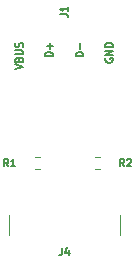
<source format=gbr>
%TF.GenerationSoftware,KiCad,Pcbnew,9.0.1*%
%TF.CreationDate,2025-06-25T00:30:31-04:00*%
%TF.ProjectId,DaughterBoard,44617567-6874-4657-9242-6f6172642e6b,rev?*%
%TF.SameCoordinates,Original*%
%TF.FileFunction,Legend,Top*%
%TF.FilePolarity,Positive*%
%FSLAX46Y46*%
G04 Gerber Fmt 4.6, Leading zero omitted, Abs format (unit mm)*
G04 Created by KiCad (PCBNEW 9.0.1) date 2025-06-25 00:30:31*
%MOMM*%
%LPD*%
G01*
G04 APERTURE LIST*
%ADD10C,0.127000*%
%ADD11C,0.120000*%
G04 APERTURE END LIST*
D10*
X99852159Y-60172361D02*
X100487159Y-59960695D01*
X100487159Y-59960695D02*
X99852159Y-59749028D01*
X100154540Y-59325694D02*
X100184778Y-59234980D01*
X100184778Y-59234980D02*
X100215016Y-59204742D01*
X100215016Y-59204742D02*
X100275492Y-59174504D01*
X100275492Y-59174504D02*
X100366206Y-59174504D01*
X100366206Y-59174504D02*
X100426682Y-59204742D01*
X100426682Y-59204742D02*
X100456921Y-59234980D01*
X100456921Y-59234980D02*
X100487159Y-59295456D01*
X100487159Y-59295456D02*
X100487159Y-59537361D01*
X100487159Y-59537361D02*
X99852159Y-59537361D01*
X99852159Y-59537361D02*
X99852159Y-59325694D01*
X99852159Y-59325694D02*
X99882397Y-59265218D01*
X99882397Y-59265218D02*
X99912635Y-59234980D01*
X99912635Y-59234980D02*
X99973111Y-59204742D01*
X99973111Y-59204742D02*
X100033587Y-59204742D01*
X100033587Y-59204742D02*
X100094063Y-59234980D01*
X100094063Y-59234980D02*
X100124301Y-59265218D01*
X100124301Y-59265218D02*
X100154540Y-59325694D01*
X100154540Y-59325694D02*
X100154540Y-59537361D01*
X99852159Y-58902361D02*
X100366206Y-58902361D01*
X100366206Y-58902361D02*
X100426682Y-58872123D01*
X100426682Y-58872123D02*
X100456921Y-58841885D01*
X100456921Y-58841885D02*
X100487159Y-58781409D01*
X100487159Y-58781409D02*
X100487159Y-58660456D01*
X100487159Y-58660456D02*
X100456921Y-58599980D01*
X100456921Y-58599980D02*
X100426682Y-58569742D01*
X100426682Y-58569742D02*
X100366206Y-58539504D01*
X100366206Y-58539504D02*
X99852159Y-58539504D01*
X100456921Y-58267361D02*
X100487159Y-58176647D01*
X100487159Y-58176647D02*
X100487159Y-58025456D01*
X100487159Y-58025456D02*
X100456921Y-57964980D01*
X100456921Y-57964980D02*
X100426682Y-57934742D01*
X100426682Y-57934742D02*
X100366206Y-57904504D01*
X100366206Y-57904504D02*
X100305730Y-57904504D01*
X100305730Y-57904504D02*
X100245254Y-57934742D01*
X100245254Y-57934742D02*
X100215016Y-57964980D01*
X100215016Y-57964980D02*
X100184778Y-58025456D01*
X100184778Y-58025456D02*
X100154540Y-58146409D01*
X100154540Y-58146409D02*
X100124301Y-58206885D01*
X100124301Y-58206885D02*
X100094063Y-58237123D01*
X100094063Y-58237123D02*
X100033587Y-58267361D01*
X100033587Y-58267361D02*
X99973111Y-58267361D01*
X99973111Y-58267361D02*
X99912635Y-58237123D01*
X99912635Y-58237123D02*
X99882397Y-58206885D01*
X99882397Y-58206885D02*
X99852159Y-58146409D01*
X99852159Y-58146409D02*
X99852159Y-57995218D01*
X99852159Y-57995218D02*
X99882397Y-57904504D01*
X107482397Y-59234980D02*
X107452159Y-59295456D01*
X107452159Y-59295456D02*
X107452159Y-59386170D01*
X107452159Y-59386170D02*
X107482397Y-59476885D01*
X107482397Y-59476885D02*
X107542873Y-59537361D01*
X107542873Y-59537361D02*
X107603349Y-59567599D01*
X107603349Y-59567599D02*
X107724301Y-59597837D01*
X107724301Y-59597837D02*
X107815016Y-59597837D01*
X107815016Y-59597837D02*
X107935968Y-59567599D01*
X107935968Y-59567599D02*
X107996444Y-59537361D01*
X107996444Y-59537361D02*
X108056921Y-59476885D01*
X108056921Y-59476885D02*
X108087159Y-59386170D01*
X108087159Y-59386170D02*
X108087159Y-59325694D01*
X108087159Y-59325694D02*
X108056921Y-59234980D01*
X108056921Y-59234980D02*
X108026682Y-59204742D01*
X108026682Y-59204742D02*
X107815016Y-59204742D01*
X107815016Y-59204742D02*
X107815016Y-59325694D01*
X108087159Y-58932599D02*
X107452159Y-58932599D01*
X107452159Y-58932599D02*
X108087159Y-58569742D01*
X108087159Y-58569742D02*
X107452159Y-58569742D01*
X108087159Y-58267361D02*
X107452159Y-58267361D01*
X107452159Y-58267361D02*
X107452159Y-58116171D01*
X107452159Y-58116171D02*
X107482397Y-58025456D01*
X107482397Y-58025456D02*
X107542873Y-57964980D01*
X107542873Y-57964980D02*
X107603349Y-57934742D01*
X107603349Y-57934742D02*
X107724301Y-57904504D01*
X107724301Y-57904504D02*
X107815016Y-57904504D01*
X107815016Y-57904504D02*
X107935968Y-57934742D01*
X107935968Y-57934742D02*
X107996444Y-57964980D01*
X107996444Y-57964980D02*
X108056921Y-58025456D01*
X108056921Y-58025456D02*
X108087159Y-58116171D01*
X108087159Y-58116171D02*
X108087159Y-58267361D01*
X105587159Y-59053551D02*
X104952159Y-59053551D01*
X104952159Y-59053551D02*
X104952159Y-58902361D01*
X104952159Y-58902361D02*
X104982397Y-58811646D01*
X104982397Y-58811646D02*
X105042873Y-58751170D01*
X105042873Y-58751170D02*
X105103349Y-58720932D01*
X105103349Y-58720932D02*
X105224301Y-58690694D01*
X105224301Y-58690694D02*
X105315016Y-58690694D01*
X105315016Y-58690694D02*
X105435968Y-58720932D01*
X105435968Y-58720932D02*
X105496444Y-58751170D01*
X105496444Y-58751170D02*
X105556921Y-58811646D01*
X105556921Y-58811646D02*
X105587159Y-58902361D01*
X105587159Y-58902361D02*
X105587159Y-59053551D01*
X105345254Y-58418551D02*
X105345254Y-57934742D01*
X102987159Y-59053551D02*
X102352159Y-59053551D01*
X102352159Y-59053551D02*
X102352159Y-58902361D01*
X102352159Y-58902361D02*
X102382397Y-58811646D01*
X102382397Y-58811646D02*
X102442873Y-58751170D01*
X102442873Y-58751170D02*
X102503349Y-58720932D01*
X102503349Y-58720932D02*
X102624301Y-58690694D01*
X102624301Y-58690694D02*
X102715016Y-58690694D01*
X102715016Y-58690694D02*
X102835968Y-58720932D01*
X102835968Y-58720932D02*
X102896444Y-58751170D01*
X102896444Y-58751170D02*
X102956921Y-58811646D01*
X102956921Y-58811646D02*
X102987159Y-58902361D01*
X102987159Y-58902361D02*
X102987159Y-59053551D01*
X102745254Y-58418551D02*
X102745254Y-57934742D01*
X102987159Y-58176646D02*
X102503349Y-58176646D01*
X103788333Y-75246559D02*
X103788333Y-75700130D01*
X103788333Y-75700130D02*
X103758094Y-75790844D01*
X103758094Y-75790844D02*
X103697618Y-75851321D01*
X103697618Y-75851321D02*
X103606904Y-75881559D01*
X103606904Y-75881559D02*
X103546428Y-75881559D01*
X104362857Y-75458225D02*
X104362857Y-75881559D01*
X104211666Y-75216321D02*
X104060476Y-75669892D01*
X104060476Y-75669892D02*
X104453571Y-75669892D01*
X103652159Y-55511666D02*
X104105730Y-55511666D01*
X104105730Y-55511666D02*
X104196444Y-55541905D01*
X104196444Y-55541905D02*
X104256921Y-55602381D01*
X104256921Y-55602381D02*
X104287159Y-55693095D01*
X104287159Y-55693095D02*
X104287159Y-55753571D01*
X104287159Y-54876666D02*
X104287159Y-55239523D01*
X104287159Y-55058095D02*
X103652159Y-55058095D01*
X103652159Y-55058095D02*
X103742873Y-55118571D01*
X103742873Y-55118571D02*
X103803349Y-55179047D01*
X103803349Y-55179047D02*
X103833587Y-55239523D01*
X109048599Y-68387159D02*
X108836932Y-68084778D01*
X108685742Y-68387159D02*
X108685742Y-67752159D01*
X108685742Y-67752159D02*
X108927647Y-67752159D01*
X108927647Y-67752159D02*
X108988123Y-67782397D01*
X108988123Y-67782397D02*
X109018361Y-67812635D01*
X109018361Y-67812635D02*
X109048599Y-67873111D01*
X109048599Y-67873111D02*
X109048599Y-67963825D01*
X109048599Y-67963825D02*
X109018361Y-68024301D01*
X109018361Y-68024301D02*
X108988123Y-68054540D01*
X108988123Y-68054540D02*
X108927647Y-68084778D01*
X108927647Y-68084778D02*
X108685742Y-68084778D01*
X109290504Y-67812635D02*
X109320742Y-67782397D01*
X109320742Y-67782397D02*
X109381218Y-67752159D01*
X109381218Y-67752159D02*
X109532409Y-67752159D01*
X109532409Y-67752159D02*
X109592885Y-67782397D01*
X109592885Y-67782397D02*
X109623123Y-67812635D01*
X109623123Y-67812635D02*
X109653361Y-67873111D01*
X109653361Y-67873111D02*
X109653361Y-67933587D01*
X109653361Y-67933587D02*
X109623123Y-68024301D01*
X109623123Y-68024301D02*
X109260266Y-68387159D01*
X109260266Y-68387159D02*
X109653361Y-68387159D01*
X99239733Y-68387159D02*
X99028066Y-68084778D01*
X98876876Y-68387159D02*
X98876876Y-67752159D01*
X98876876Y-67752159D02*
X99118781Y-67752159D01*
X99118781Y-67752159D02*
X99179257Y-67782397D01*
X99179257Y-67782397D02*
X99209495Y-67812635D01*
X99209495Y-67812635D02*
X99239733Y-67873111D01*
X99239733Y-67873111D02*
X99239733Y-67963825D01*
X99239733Y-67963825D02*
X99209495Y-68024301D01*
X99209495Y-68024301D02*
X99179257Y-68054540D01*
X99179257Y-68054540D02*
X99118781Y-68084778D01*
X99118781Y-68084778D02*
X98876876Y-68084778D01*
X99844495Y-68387159D02*
X99481638Y-68387159D01*
X99663066Y-68387159D02*
X99663066Y-67752159D01*
X99663066Y-67752159D02*
X99602590Y-67842873D01*
X99602590Y-67842873D02*
X99542114Y-67903349D01*
X99542114Y-67903349D02*
X99481638Y-67933587D01*
D11*
%TO.C,J4*%
X99330000Y-74224400D02*
X99330000Y-72524400D01*
X108670000Y-74224400D02*
X108670000Y-72524400D01*
%TO.C,R2*%
X106562742Y-67577500D02*
X107037258Y-67577500D01*
X106562742Y-68622500D02*
X107037258Y-68622500D01*
%TO.C,R1*%
X101937258Y-67577500D02*
X101462742Y-67577500D01*
X101937258Y-68622500D02*
X101462742Y-68622500D01*
%TD*%
M02*

</source>
